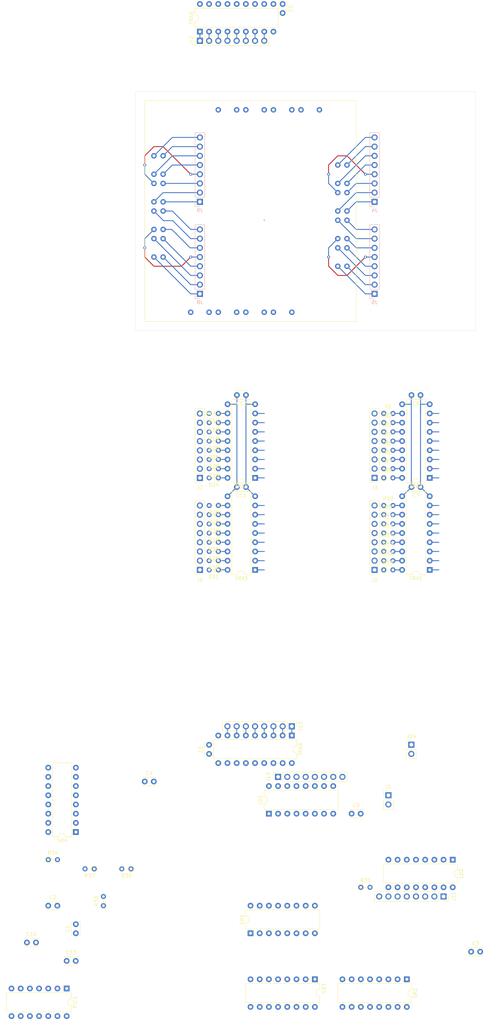
<source format=kicad_pcb>
(kicad_pcb (version 20211014) (generator pcbnew)
  (layers (0 "F.Cu" signal) (31 "B.Cu" signal) (34 "B.Paste" user) (35 "F.Paste" user) (36 "B.SilkS" user "B.Silkscreen") (37 "F.SilkS" user "F.Silkscreen") (38 "B.Mask" user) (39 "F.Mask" user) (44 "Edge.Cuts" user))
  (net 0 "")
  (net 1 "+5V")
  (net 2 "GND")
  (net 3 "/SA1")
  (net 4 "/SA2")
  (net 5 "/SA3")
  (net 6 "/SA4")
  (net 7 "/SA5")
  (net 8 "/SA6")
  (net 9 "/SA7")
  (net 10 "/SA8")
  (net 11 "/SA9")
  (net 12 "/SA10")
  (net 13 "/SA11")
  (net 14 "/SA12")
  (net 15 "/SA13")
  (net 16 "/SA14")
  (net 17 "/SA15")
  (net 18 "/SA16")
  (net 19 "/SF1")
  (net 20 "/SF2")
  (net 21 "/SF3")
  (net 22 "/SF4")
  (net 23 "/SF5")
  (net 24 "/SF6")
  (net 25 "/SF7")
  (net 26 "/SF8")
  (net 27 "/SF9")
  (net 28 "/SF10")
  (net 29 "/SF11")
  (net 30 "/SF12")
  (net 31 "/SF13")
  (net 32 "/SF14")
  (net 33 "/SF15")
  (net 34 "/SF16")
  (net 35 "Net-(R12-Pad1)")
  (net 36 "Net-(R9-Pad1)")
  (net 37 "Net-(R10-Pad1)")
  (net 38 "Net-(R29-Pad1)")
  (net 39 "Net-(R30-Pad1)")
  (net 40 "Net-(R27-Pad1)")
  (net 41 "Net-(R28-Pad1)")
  (net 42 "Net-(R25-Pad1)")
  (net 43 "Net-(R26-Pad1)")
  (net 44 "Net-(R24-Pad1)")
  (net 45 "Net-(R23-Pad1)")
  (net 46 "Net-(R22-Pad1)")
  (net 47 "Net-(R21-Pad1)")
  (net 48 "Net-(R20-Pad1)")
  (net 49 "Net-(R19-Pad1)")
  (net 50 "Net-(R18-Pad1)")
  (net 51 "Net-(J1-Pad2)")
  (net 52 "Net-(J1-Pad1)")
  (net 53 "Net-(LD1-Pad6)")
  (net 54 "/DA4")
  (net 55 "/DA3")
  (net 56 "/DA2")
  (net 57 "/DA1")
  (net 60 "/SER")
  (net 62 "/SRCLK")
  (net 63 "/RCLK")
  (net 64 "Net-(R1-Pad2)")
  (net 65 "Net-(R2-Pad2)")
  (net 66 "Net-(R3-Pad2)")
  (net 67 "Net-(R4-Pad2)")
  (net 68 "Net-(TRA2-Pad15)")
  (net 69 "Net-(TRA2-Pad16)")
  (net 70 "Net-(TRA2-Pad17)")
  (net 71 "Net-(TRA2-Pad18)")
  (net 72 "Net-(TRA1-Pad12)")
  (net 73 "Net-(TRA1-Pad11)")
  (net 74 "Net-(TRA1-Pad14)")
  (net 75 "Net-(TRA1-Pad13)")
  (net 76 "Net-(TRA1-Pad16)")
  (net 77 "Net-(TRA1-Pad15)")
  (net 78 "Net-(TRA1-Pad18)")
  (net 79 "Net-(TRA1-Pad17)")
  (net 80 "/SC16")
  (net 81 "/SC15")
  (net 82 "/SC14")
  (net 83 "/SC13")
  (net 84 "/SC12")
  (net 85 "/SC11")
  (net 86 "/SC10")
  (net 87 "/SC9")
  (net 88 "/SC8")
  (net 89 "/SC7")
  (net 90 "/SC6")
  (net 91 "/SC5")
  (net 92 "/SC4")
  (net 93 "/SC3")
  (net 94 "/SC2")
  (net 95 "/SC1")
  (net 96 "Net-(R33-Pad2)")
  (net 97 "Net-(R34-Pad2)")
  (net 98 "Net-(R36-Pad2)")
  (net 99 "Net-(R37-Pad2)")
  (net 100 "Net-(SR1-Pad9)")
  (net 101 "Net-(SR2-Pad9)")
  (net 102 "Net-(SR3-Pad9)")
  (net 103 "Net-(R17-Pad2)")
  (net 104 "Net-(R18-Pad2)")
  (net 105 "Net-(R19-Pad2)")
  (net 106 "Net-(R20-Pad2)")
  (net 107 "Net-(J2-Pad5)")
  (net 108 "Net-(J2-Pad4)")
  (net 109 "Net-(J2-Pad3)")
  (net 110 "Net-(J2-Pad2)")
  (net 111 "Net-(J2-Pad1)")
  (net 112 "Net-(J3-Pad8)")
  (net 113 "Net-(J3-Pad7)")
  (net 114 "Net-(J3-Pad6)")
  (net 115 "Net-(J3-Pad5)")
  (net 116 "Net-(J3-Pad4)")
  (net 117 "Net-(J3-Pad3)")
  (net 118 "Net-(J3-Pad2)")
  (net 119 "Net-(J3-Pad1)")
  (net 120 "Net-(R21-Pad2)")
  (net 121 "Net-(R22-Pad2)")
  (net 122 "Net-(R23-Pad2)")
  (net 123 "Net-(R24-Pad2)")
  (net 124 "Net-(R25-Pad2)")
  (net 125 "Net-(R26-Pad2)")
  (net 126 "Net-(R27-Pad2)")
  (net 127 "Net-(R28-Pad2)")
  (net 128 "Net-(R29-Pad2)")
  (net 129 "Net-(R30-Pad2)")
  (net 130 "Net-(R31-Pad2)")
  (net 131 "Net-(R32-Pad2)")
  (net 142 "Net-(J6-Pad2)")
  (net 143 "Net-(J6-Pad1)")
  (net 144 "Net-(J7-Pad8)")
  (net 168 "Net-(J10-Pad8)")
  (net 169 "Net-(J10-Pad7)")
  (net 170 "Net-(J10-Pad6)")
  (net 171 "Net-(J10-Pad5)")
  (net 172 "Net-(J10-Pad4)")
  (net 173 "Net-(J10-Pad3)")
  (net 174 "Net-(J10-Pad2)")
  (net 175 "Net-(J10-Pad1)")
  (net 176 "Net-(J11-Pad8)")
  (net 177 "Net-(J11-Pad7)")
  (net 178 "Net-(J11-Pad6)")
  (net 179 "Net-(J11-Pad5)")
  (net 180 "Net-(J11-Pad4)")
  (net 181 "Net-(J11-Pad3)")
  (net 182 "Net-(J11-Pad2)")
  (net 183 "Net-(J11-Pad1)")
  (net 184 "Net-(J12-Pad8)")
  (net 185 "Net-(J12-Pad7)")
  (net 186 "Net-(J12-Pad6)")
  (net 187 "Net-(J12-Pad5)")
  (net 188 "Net-(J12-Pad4)")
  (net 189 "Net-(J12-Pad3)")
  (net 190 "Net-(J12-Pad2)")
  (net 191 "Net-(J12-Pad1)")
  (net 192 "Net-(J13-Pad8)")
  (net 193 "Net-(J13-Pad7)")
  (net 194 "Net-(J13-Pad6)")
  (net 195 "Net-(J13-Pad5)")
  (net 196 "Net-(J13-Pad4)")
  (net 197 "Net-(J13-Pad3)")
  (net 198 "Net-(J13-Pad2)")
  (net 199 "Net-(J13-Pad1)")
  (net 200 "VCC")
  (net 201 "GND1")
  (net 202 "unconnected-(TRA1-Pad1)")
  (net 203 "unconnected-(TRA1-Pad2)")
  (net 204 "unconnected-(TRA1-Pad3)")
  (net 205 "unconnected-(TRA1-Pad4)")
  (net 206 "unconnected-(TRA1-Pad5)")
  (net 207 "unconnected-(TRA1-Pad6)")
  (net 208 "unconnected-(TRA1-Pad7)")
  (net 209 "unconnected-(TRA1-Pad8)")
  (net 210 "unconnected-(TRA2-Pad1)")
  (net 211 "unconnected-(TRA2-Pad2)")
  (net 212 "unconnected-(TRA2-Pad3)")
  (net 213 "unconnected-(TRA2-Pad4)")
  (net 214 "unconnected-(TRA2-Pad5)")
  (net 215 "unconnected-(TRA2-Pad6)")
  (net 216 "unconnected-(TRA2-Pad7)")
  (net 217 "unconnected-(TRA2-Pad8)")
  (net 218 "unconnected-(TRA3-Pad1)")
  (net 219 "unconnected-(TRA3-Pad2)")
  (net 220 "unconnected-(TRA3-Pad3)")
  (net 221 "unconnected-(TRA3-Pad4)")
  (net 222 "unconnected-(TRA3-Pad5)")
  (net 223 "unconnected-(TRA3-Pad6)")
  (net 224 "unconnected-(TRA3-Pad7)")
  (net 225 "unconnected-(TRA3-Pad8)")
  (net 226 "unconnected-(TRA4-Pad1)")
  (net 227 "unconnected-(TRA4-Pad2)")
  (net 228 "unconnected-(TRA4-Pad3)")
  (net 229 "unconnected-(TRA4-Pad4)")
  (net 230 "unconnected-(TRA4-Pad5)")
  (net 231 "unconnected-(TRA4-Pad6)")
  (net 232 "unconnected-(TRA4-Pad7)")
  (net 233 "unconnected-(TRA4-Pad8)")
  (footprint "Capacitor_THT:C_Disc_D3.4mm_W2.1mm_P2.50mm" (layer "F.Cu") (at 44.465 255.26 90)
    (fp_text reference "C1")
    (fp_text value "0.1")
  )
  (footprint "Capacitor_THT:C_Disc_D3.4mm_W2.1mm_P2.50mm" (layer "F.Cu") (at 36.845 247.64)
    (fp_text reference "C2")
    (fp_text value "0.1")
  )
  (footprint "Capacitor_THT:C_Disc_D3.4mm_W2.1mm_P2.50mm" (layer "F.Cu") (at 153.685 260.34)
    (fp_text reference "C3")
    (fp_text value "0.1")
  )
  (footprint "Capacitor_THT:C_Disc_D3.4mm_W2.1mm_P2.50mm" (layer "F.Cu") (at 63.5 213.36)
    (fp_text reference "C4")
    (fp_text value "0.1")
  )
  (footprint "Capacitor_THT:C_Disc_D3.4mm_W2.1mm_P2.50mm" (layer "F.Cu") (at 101.6 -1.27 -90)
    (fp_text reference "C5")
    (fp_text value "0.1")
  )
  (footprint "Capacitor_THT:C_Disc_D3.4mm_W2.1mm_P2.50mm" (layer "F.Cu") (at 81.28 205.74 90)
    (fp_text reference "C6")
    (fp_text value "0.1")
  )
  (footprint "Capacitor_THT:C_Disc_D3.4mm_W2.1mm_P2.50mm" (layer "F.Cu") (at 139.7 132.08 180)
    (fp_text reference "C7")
    (fp_text value "0.1")
  )
  (footprint "Capacitor_THT:C_Disc_D3.4mm_W2.1mm_P2.50mm" (layer "F.Cu") (at 139.7 106.68 180)
    (fp_text reference "C8")
    (fp_text value "0.1")
  )
  (footprint "Capacitor_THT:C_Disc_D3.4mm_W2.1mm_P2.50mm" (layer "F.Cu") (at 120.665 222.24)
    (fp_text reference "C9")
    (fp_text value "0.1")
  )
  (footprint "Capacitor_THT:C_Disc_D3.4mm_W2.1mm_P2.50mm" (layer "F.Cu") (at 30.945 257.8)
    (fp_text reference "C10")
    (fp_text value "0.1")
  )
  (footprint "Capacitor_THT:C_Disc_D3.4mm_W2.1mm_P2.50mm" (layer "F.Cu") (at 41.925 262.88)
    (fp_text reference "C13")
    (fp_text value "0.1")
  )
  (footprint "16x16led:LT-5016M1-Universal" (layer "F.Cu") (at 66.04 27.94)
    (fp_text reference "DML1")
    (fp_text value "LT-5016M1")
  )
  (footprint "Connector_PinHeader_2.54mm:PinHeader_1x02_P2.54mm_Vertical" (layer "F.Cu") (at 130.825 217.16)
    (fp_text reference "J1")
    (fp_text value "Conn_01x02_Male")
  )
  (footprint "Package_DIP:DIP-16_W7.62mm" (layer "F.Cu") (at 97.805 222.24 90)
    (fp_text reference "LD1")
    (fp_text value "74HC137")
  )
  (footprint "Package_DIP:DIP-16_W7.62mm" (layer "F.Cu") (at 148.605 234.94 -90)
    (fp_text reference "LD2")
    (fp_text value "74HC137")
  )
  (footprint "Package_DIP:DIP-14_W7.62mm" (layer "F.Cu") (at 41.925 270.5 -90)
    (fp_text reference "PIC1")
    (fp_text value "PIC16F1503-IP")
  )
  (footprint "Resistor_THT:R_Axial_DIN0204_L3.6mm_D1.6mm_P2.54mm_Vertical" (layer "F.Cu") (at 129.54 111.76)
    (fp_text reference "R1")
    (fp_text value "330")
  )
  (footprint "Resistor_THT:R_Axial_DIN0204_L3.6mm_D1.6mm_P2.54mm_Vertical" (layer "F.Cu") (at 129.54 114.3)
    (fp_text reference "R2")
    (fp_text value "330")
  )
  (footprint "Resistor_THT:R_Axial_DIN0204_L3.6mm_D1.6mm_P2.54mm_Vertical" (layer "F.Cu") (at 129.54 116.84)
    (fp_text reference "R3")
    (fp_text value "330")
  )
  (footprint "Resistor_THT:R_Axial_DIN0204_L3.6mm_D1.6mm_P2.54mm_Vertical" (layer "F.Cu") (at 129.54 119.38)
    (fp_text reference "R4")
    (fp_text value "330")
  )
  (footprint "Resistor_THT:R_Axial_DIN0204_L3.6mm_D1.6mm_P2.54mm_Vertical" (layer "F.Cu") (at 129.54 121.92)
    (fp_text reference "R5")
    (fp_text value "330")
  )
  (footprint "Resistor_THT:R_Axial_DIN0204_L3.6mm_D1.6mm_P2.54mm_Vertical" (layer "F.Cu") (at 129.54 124.46)
    (fp_text reference "R6")
    (fp_text value "330")
  )
  (footprint "Resistor_THT:R_Axial_DIN0204_L3.6mm_D1.6mm_P2.54mm_Vertical" (layer "F.Cu") (at 129.54 127)
    (fp_text reference "R7")
    (fp_text value "330")
  )
  (footprint "Resistor_THT:R_Axial_DIN0204_L3.6mm_D1.6mm_P2.54mm_Vertical" (layer "F.Cu") (at 129.54 129.54)
    (fp_text reference "R8")
    (fp_text value "330")
  )
  (footprint "Resistor_THT:R_Axial_DIN0204_L3.6mm_D1.6mm_P2.54mm_Vertical" (layer "F.Cu") (at 129.54 139.7)
    (fp_text reference "R9")
    (fp_text value "330")
  )
  (footprint "Resistor_THT:R_Axial_DIN0204_L3.6mm_D1.6mm_P2.54mm_Vertical" (layer "F.Cu") (at 129.54 137.16)
    (fp_text reference "R10")
    (fp_text value "330")
  )
  (footprint "Resistor_THT:R_Axial_DIN0204_L3.6mm_D1.6mm_P2.54mm_Vertical" (layer "F.Cu") (at 129.54 144.78)
    (fp_text reference "R11")
    (fp_text value "330")
  )
  (footprint "Resistor_THT:R_Axial_DIN0204_L3.6mm_D1.6mm_P2.54mm_Vertical" (layer "F.Cu") (at 129.54 142.24)
    (fp_text reference "R12")
    (fp_text value "330")
  )
  (footprint "Resistor_THT:R_Axial_DIN0204_L3.6mm_D1.6mm_P2.54mm_Vertical" (layer "F.Cu") (at 129.54 149.86)
    (fp_text reference "R13")
    (fp_text value "330")
  )
  (footprint "Resistor_THT:R_Axial_DIN0204_L3.6mm_D1.6mm_P2.54mm_Vertical" (layer "F.Cu") (at 129.54 147.32)
    (fp_text reference "R14")
    (fp_text value "330")
  )
  (footprint "Resistor_THT:R_Axial_DIN0204_L3.6mm_D1.6mm_P2.54mm_Vertical" (layer "F.Cu") (at 129.54 154.94)
    (fp_text reference "R15")
    (fp_text value "330")
  )
  (footprint "Resistor_THT:R_Axial_DIN0204_L3.6mm_D1.6mm_P2.54mm_Vertical" (layer "F.Cu") (at 129.54 152.4)
    (fp_text reference "R16")
    (fp_text value "330")
  )
  (footprint "Resistor_THT:R_Axial_DIN0204_L3.6mm_D1.6mm_P2.54mm_Vertical" (layer "F.Cu") (at 83.845 111.76 180)
    (fp_text reference "R17")
    (fp_text value "330")
  )
  (footprint "Resistor_THT:R_Axial_DIN0204_L3.6mm_D1.6mm_P2.54mm_Vertical" (layer "F.Cu") (at 83.845 114.3 180)
    (fp_text reference "R18")
    (fp_text value "330")
  )
  (footprint "Resistor_THT:R_Axial_DIN0204_L3.6mm_D1.6mm_P2.54mm_Vertical" (layer "F.Cu") (at 83.845 116.84 180)
    (fp_text reference "R19")
    (fp_text value "330")
  )
  (footprint "Resistor_THT:R_Axial_DIN0204_L3.6mm_D1.6mm_P2.54mm_Vertical" (layer "F.Cu") (at 83.845 119.38 180)
    (fp_text reference "R20")
    (fp_text value "330")
  )
  (footprint "Resistor_THT:R_Axial_DIN0204_L3.6mm_D1.6mm_P2.54mm_Vertical" (layer "F.Cu") (at 83.845 121.92 180)
    (fp_text reference "R21")
    (fp_text value "330")
  )
  (footprint "Resistor_THT:R_Axial_DIN0204_L3.6mm_D1.6mm_P2.54mm_Vertical" (layer "F.Cu") (at 83.845 124.46 180)
    (fp_text reference "R22")
    (fp_text value "330")
  )
  (footprint "Resistor_THT:R_Axial_DIN0204_L3.6mm_D1.6mm_P2.54mm_Vertical" (layer "F.Cu") (at 83.845 127 180)
    (fp_text reference "R23")
    (fp_text value "330")
  )
  (footprint "Resistor_THT:R_Axial_DIN0204_L3.6mm_D1.6mm_P2.54mm_Vertical" (layer "F.Cu") (at 83.845 129.54 180)
    (fp_text reference "R24")
    (fp_text value "330")
  )
  (footprint "Resistor_THT:R_Axial_DIN0204_L3.6mm_D1.6mm_P2.54mm_Vertical" (layer "F.Cu") (at 83.845 139.7 180)
    (fp_text reference "R25")
    (fp_text value "330")
  )
  (footprint "Resistor_THT:R_Axial_DIN0204_L3.6mm_D1.6mm_P2.54mm_Vertical" (layer "F.Cu") (at 83.845 137.16 180)
    (fp_text reference "R26")
    (fp_text value "330")
  )
  (footprint "Resistor_THT:R_Axial_DIN0204_L3.6mm_D1.6mm_P2.54mm_Vertical" (layer "F.Cu") (at 83.845 144.78 180)
    (fp_text reference "R27")
    (fp_text value "330")
  )
  (footprint "Resistor_THT:R_Axial_DIN0204_L3.6mm_D1.6mm_P2.54mm_Vertical" (layer "F.Cu") (at 83.845 142.24 180)
    (fp_text reference "R28")
    (fp_text value "330")
  )
  (footprint "Resistor_THT:R_Axial_DIN0204_L3.6mm_D1.6mm_P2.54mm_Vertical" (layer "F.Cu") (at 83.845 149.86 180)
    (fp_text reference "R29")
    (fp_text value "330")
  )
  (footprint "Resistor_THT:R_Axial_DIN0204_L3.6mm_D1.6mm_P2.54mm_Vertical" (layer "F.Cu") (at 83.845 147.32 180)
    (fp_text reference "R30")
    (fp_text value "330")
  )
  (footprint "Resistor_THT:R_Axial_DIN0204_L3.6mm_D1.6mm_P2.54mm_Vertical" (layer "F.Cu") (at 83.845 154.94 180)
    (fp_text reference "R31")
    (fp_text value "330")
  )
  (footprint "Resistor_THT:R_Axial_DIN0204_L3.6mm_D1.6mm_P2.54mm_Vertical" (layer "F.Cu") (at 83.845 152.4 180)
    (fp_text reference "R32")
    (fp_text value "330")
  )
  (footprint "Resistor_THT:R_Axial_DIN0204_L3.6mm_D1.6mm_P2.54mm_Vertical" (layer "F.Cu") (at 52.085 247.64 90)
    (fp_text reference "R33")
    (fp_text value "10k")
  )
  (footprint "Resistor_THT:R_Axial_DIN0204_L3.6mm_D1.6mm_P2.54mm_Vertical" (layer "F.Cu") (at 36.845 234.94)
    (fp_text reference "R34")
    (fp_text value "10k")
  )
  (footprint "Resistor_THT:R_Axial_DIN0204_L3.6mm_D1.6mm_P2.54mm_Vertical" (layer "F.Cu") (at 59.705 237.48 180)
    (fp_text reference "R35")
    (fp_text value "10k")
  )
  (footprint "Resistor_THT:R_Axial_DIN0204_L3.6mm_D1.6mm_P2.54mm_Vertical" (layer "F.Cu") (at 123.205 242.56)
    (fp_text reference "R36")
    (fp_text value "10k")
  )
  (footprint "Resistor_THT:R_Axial_DIN0204_L3.6mm_D1.6mm_P2.54mm_Vertical" (layer "F.Cu") (at 49.545 237.48 180)
    (fp_text reference "R37")
    (fp_text value "10k")
  )
  (footprint "Package_DIP:DIP-16_W7.62mm" (layer "F.Cu") (at 92.725 255.26 90)
    (fp_text reference "SR1")
    (fp_text value "74HC595")
  )
  (footprint "Package_DIP:DIP-16_W7.62mm" (layer "F.Cu") (at 135.905 267.96 -90)
    (fp_text reference "SR2")
    (fp_text value "74HC595")
  )
  (footprint "Package_DIP:DIP-16_W7.62mm" (layer "F.Cu") (at 110.505 267.96 -90)
    (fp_text reference "SR3")
    (fp_text value "74HC595")
  )
  (footprint "Package_DIP:DIP-16_W7.62mm" (layer "F.Cu") (at 44.465 227.32 180)
    (fp_text reference "SR4")
    (fp_text value "74HC595")
  )
  (footprint "Package_DIP:DIP-18_W7.62mm" (layer "F.Cu") (at 142.24 154.94 180)
    (fp_text reference "TRA1")
    (fp_text value "TBD62083A")
  )
  (footprint "Package_DIP:DIP-18_W7.62mm" (layer "F.Cu") (at 142.24 129.54 180)
    (fp_text reference "TRA2")
    (fp_text value "TBD62083A")
  )
  (footprint "Connector_PinSocket_2.54mm:PinSocket_1x08_P2.54mm_Vertical" (layer "F.Cu") (at 127 154.94 180)
    (fp_text reference "J2")
    (fp_text value "Conn_01x08_Female")
  )
  (footprint "Connector_PinSocket_2.54mm:PinSocket_1x08_P2.54mm_Vertical" (layer "F.Cu") (at 127 129.54 180)
    (fp_text reference "J3")
    (fp_text value "Conn_01x08_Female")
  )
  (footprint "Connector_PinSocket_2.54mm:PinSocket_1x08_P2.54mm_Vertical" (layer "F.Cu") (at 78.74 154.94 180)
    (fp_text reference "J6")
    (fp_text value "Conn_01x08_Female")
  )
  (footprint "Connector_PinSocket_2.54mm:PinSocket_1x08_P2.54mm_Vertical" (layer "F.Cu") (at 78.74 129.565 180)
    (fp_text reference "J7")
    (fp_text value "Conn_01x08_Female")
  )
  (footprint "Connector_PinSocket_2.54mm:PinSocket_1x08_P2.54mm_Vertical" (layer "F.Cu") (at 100.345 212.08 90)
    (fp_text reference "J10")
    (fp_text value "Conn_01x08_Female")
  )
  (footprint "Connector_PinSocket_2.54mm:PinSocket_1x08_P2.54mm_Vertical" (layer "F.Cu") (at 146.065 245.1 -90)
    (fp_text reference "J11")
    (fp_text value "Conn_01x08_Female")
  )
  (footprint "Connector_PinHeader_2.54mm:PinHeader_1x08_P2.54mm_Vertical" (layer "F.Cu") (at 78.74 8.89 90)
    (fp_text reference "J12")
    (fp_text value "Conn_01x08_Male")
  )
  (footprint "Connector_PinHeader_2.54mm:PinHeader_1x08_P2.54mm_Vertical" (layer "F.Cu") (at 104.14 198.12 -90)
    (fp_text reference "J13")
    (fp_text value "Conn_01x08_Male")
  )
  (footprint "Capacitor_THT:C_Disc_D3.4mm_W2.1mm_P2.50mm" (layer "F.Cu") (at 91.465 132.08 180)
    (fp_text reference "C11")
    (fp_text value "0.1")
  )
  (footprint "Capacitor_THT:C_Disc_D3.4mm_W2.1mm_P2.50mm" (layer "F.Cu") (at 91.465 106.68 180)
    (fp_text reference "C12")
    (fp_text value "0.1")
  )
  (footprint "Package_DIP:DIP-18_W7.62mm" (layer "F.Cu") (at 94.005 154.94 180)
    (fp_text reference "TRA3")
    (fp_text value "TBD62083A")
  )
  (footprint "Package_DIP:DIP-18_W7.62mm" (layer "F.Cu") (at 94.005 129.54 180)
    (fp_text reference "TRA4")
    (fp_text value "TBD62083A")
  )
  (footprint "Package_DIP:DIP-18_W7.62mm" (layer "F.Cu") (at 78.74 6.35 90)
    (fp_text reference "TRA5")
    (fp_text value "TBD62783A")
  )
  (footprint "Package_DIP:DIP-18_W7.62mm" (layer "F.Cu") (at 104.14 200.66 -90)
    (fp_text reference "TRA6")
    (fp_text value "TBD62783A")
  )
  (footprint "Connector_PinHeader_2.54mm:PinHeader_1x02_P2.54mm_Vertical" (layer "F.Cu") (at 137.16 203.2)
    (fp_text reference "J14")
    (fp_text value "Conn_01x02_Male")
  )
  (footprint "Connector_PinHeader_2.54mm:PinHeader_1x08_P2.54mm_Vertical" (layer "B.Cu") (at 127 53.34)
    (fp_text reference "J4")
    (fp_text value "Conn_01x08_Male")
  )
  (footprint "Connector_PinHeader_2.54mm:PinHeader_1x08_P2.54mm_Vertical" (layer "B.Cu") (at 127 78.74)
    (fp_text reference "J5")
    (fp_text value "Conn_01x08_Male")
  )
  (footprint "Connector_PinHeader_2.54mm:PinHeader_1x08_P2.54mm_Vertical" (layer "B.Cu") (at 78.74 78.74)
    (fp_text reference "J8")
    (fp_text value "Conn_01x08_Male")
  )
  (footprint "Connector_PinHeader_2.54mm:PinHeader_1x08_P2.54mm_Vertical" (layer "B.Cu") (at 78.74 53.34)
    (fp_text reference "J9")
    (fp_text value "Conn_01x08_Male")
  )
  (gr_line (start 154.94 22.86) (end 60.96 22.86) (layer "Edge.Cuts") (width 0.05))
  (gr_line (start 154.94 88.9) (end 154.94 22.86) (layer "Edge.Cuts") (width 0.05))
  (gr_line (start 60.96 22.86) (end 60.96 88.9) (layer "Edge.Cuts") (width 0.05))
  (gr_line (start 60.96 88.9) (end 154.94 88.9) (layer "Edge.Cuts") (width 0.05))
  (segment (start 124.46 76.2) (end 119.38 71.12) (width 0.25) (layer "B.Cu") (net 19))
  (segment (start 127 76.2) (end 124.46 76.2) (width 0.25) (layer "B.Cu") (net 19))
  (segment (start 127 78.74) (end 124.46 78.74) (width 0.25) (layer "B.Cu") (net 20))
  (segment (start 124.46 78.74) (end 116.84 71.12) (width 0.25) (layer "B.Cu") (net 20))
  (segment (start 124.46 71.12) (end 127 71.12) (width 0.25) (layer "B.Cu") (net 21))
  (segment (start 119.38 66.04) (end 124.46 71.12) (width 0.25) (layer "B.Cu") (net 21))
  (segment (start 124.46 73.66) (end 116.84 66.04) (width 0.25) (layer "B.Cu") (net 22))
  (segment (start 127 73.66) (end 124.46 73.66) (width 0.25) (layer "B.Cu") (net 22))
  (segment (start 121.92 66.04) (end 127 66.04) (width 0.25) (layer "B.Cu") (net 23))
  (segment (start 119.38 63.5) (end 121.92 66.04) (width 0.25) (layer "B.Cu") (net 23))
  (segment (start 114.3 71.12) (end 114.3 68.58) (width 0.25) (layer "F.Cu") (net 24))
  (segment (start 124.46 68.58) (end 119.38 73.66) (width 0.25) (layer "F.Cu") (net 24))
  (segment (start 116.84 73.66) (end 114.3 71.12) (width 0.25) (layer "F.Cu") (net 24))
  (segment (start 119.38 73.66) (end 116.84 73.66) (width 0.25) (layer "F.Cu") (net 24))
  (via (at 124.46 68.58) (size 0.8) (drill 0.4) (layers "F.Cu" "B.Cu") (net 24))
  (via (at 114.3 68.58) (size 0.8) (drill 0.4) (layers "F.Cu" "B.Cu") (net 24))
  (segment (start 114.3 68.58) (end 114.3 66.04) (width 0.25) (layer "B.Cu") (net 24))
  (segment (start 127 68.58) (end 124.46 68.58) (width 0.25) (layer "B.Cu") (net 24))
  (segment (start 114.3 66.04) (end 116.84 63.5) (width 0.25) (layer "B.Cu") (net 24))
  (segment (start 119.38 58.42) (end 121.92 60.96) (width 0.25) (layer "B.Cu") (net 25))
  (segment (start 121.92 60.96) (end 127 60.96) (width 0.25) (layer "B.Cu") (net 25))
  (segment (start 121.92 63.5) (end 127 63.5) (width 0.25) (layer "B.Cu") (net 26))
  (segment (start 116.84 58.42) (end 121.92 63.5) (width 0.25) (layer "B.Cu") (net 26))
  (segment (start 119.38 55.88) (end 121.92 53.34) (width 0.25) (layer "B.Cu") (net 27))
  (segment (start 121.92 53.34) (end 127 53.34) (width 0.25) (layer "B.Cu") (net 27))
  (segment (start 127 50.8) (end 121.92 50.8) (width 0.25) (layer "B.Cu") (net 28))
  (segment (start 121.92 50.8) (end 116.84 55.88) (width 0.25) (layer "B.Cu") (net 28))
  (segment (start 121.92 48.26) (end 127 48.26) (width 0.25) (layer "B.Cu") (net 29))
  (segment (start 119.38 50.8) (end 121.92 48.26) (width 0.25) (layer "B.Cu") (net 29))
  (segment (start 116.84 40.64) (end 114.3 43.18) (width 0.25) (layer "F.Cu") (net 30))
  (segment (start 114.3 43.18) (end 114.3 45.72) (width 0.25) (layer "F.Cu") (net 30))
  (segment (start 124.46 45.72) (end 119.38 40.64) (width 0.25) (layer "F.Cu") (net 30))
  (segment (start 119.38 40.64) (end 116.84 40.64) (width 0.25) (layer "F.Cu") (net 30))
  (via (at 114.3 45.72) (size 0.8) (drill 0.4) (layers "F.Cu" "B.Cu") (net 30))
  (via (at 124.46 45.72) (size 0.8) (drill 0.4) (layers "F.Cu" "B.Cu") (net 30))
  (segment (start 127 45.72) (end 124.46 45.72) (width 0.25) (layer "B.Cu") (net 30))
  (segment (start 114.3 48.26) (end 116.84 50.8) (width 0.25) (layer "B.Cu") (net 30))
  (segment (start 114.3 45.72) (end 114.3 48.26) (width 0.25) (layer "B.Cu") (net 30))
  (segment (start 124.46 43.18) (end 119.38 48.26) (width 0.25) (layer "B.Cu") (net 31))
  (segment (start 127 43.18) (end 124.46 43.18) (width 0.25) (layer "B.Cu") (net 31))
  (segment (start 127 40.64) (end 124.46 40.64) (width 0.25) (layer "B.Cu") (net 32))
  (segment (start 124.46 40.64) (end 116.84 48.26) (width 0.25) (layer "B.Cu") (net 32))
  (segment (start 119.38 43.18) (end 124.46 38.1) (width 0.25) (layer "B.Cu") (net 33))
  (segment (start 124.46 38.1) (end 127 38.1) (width 0.25) (layer "B.Cu") (net 33))
  (segment (start 116.84 43.18) (end 124.46 35.56) (width 0.25) (layer "B.Cu") (net 34))
  (segment (start 124.46 35.56) (end 127 35.56) (width 0.25) (layer "B.Cu") (net 34))
  (segment (start 83.845 149.86) (end 86.385 149.86) (width 0.25) (layer "B.Cu") (net 38))
  (segment (start 83.845 147.32) (end 86.385 147.32) (width 0.25) (layer "B.Cu") (net 39))
  (segment (start 83.845 144.78) (end 86.385 144.78) (width 0.25) (layer "B.Cu") (net 40))
  (segment (start 83.845 142.24) (end 86.385 142.24) (width 0.25) (layer "B.Cu") (net 41))
  (segment (start 83.845 139.7) (end 86.385 139.7) (width 0.25) (layer "B.Cu") (net 42))
  (segment (start 83.845 137.16) (end 86.385 137.16) (width 0.25) (layer "B.Cu") (net 43))
  (segment (start 86.385 129.54) (end 83.845 129.54) (width 0.25) (layer "B.Cu") (net 44))
  (segment (start 86.385 127) (end 83.845 127) (width 0.25) (layer "B.Cu") (net 45))
  (segment (start 86.385 124.46) (end 83.845 124.46) (width 0.25) (layer "B.Cu") (net 46))
  (segment (start 86.385 121.92) (end 83.845 121.92) (width 0.25) (layer "B.Cu") (net 47))
  (segment (start 86.385 119.38) (end 83.845 119.38) (width 0.25) (layer "B.Cu") (net 48))
  (segment (start 83.845 116.84) (end 86.385 116.84) (width 0.25) (layer "B.Cu") (net 49))
  (segment (start 86.385 114.3) (end 83.845 114.3) (width 0.25) (layer "B.Cu") (net 50))
  (segment (start 132.08 111.76) (end 134.62 111.76) (width 0.25) (layer "B.Cu") (net 64))
  (segment (start 132.08 114.3) (end 134.62 114.3) (width 0.25) (layer "B.Cu") (net 65))
  (segment (start 132.08 116.84) (end 134.62 116.84) (width 0.25) (layer "B.Cu") (net 66))
  (segment (start 134.62 119.38) (end 132.08 119.38) (width 0.25) (layer "B.Cu") (net 67))
  (segment (start 132.08 121.92) (end 134.62 121.92) (width 0.25) (layer "B.Cu") (net 68))
  (segment (start 132.08 124.46) (end 134.62 124.46) (width 0.25) (layer "B.Cu") (net 69))
  (segment (start 132.08 127) (end 134.62 127) (width 0.25) (layer "B.Cu") (net 70))
  (segment (start 132.08 129.54) (end 134.62 129.54) (width 0.25) (layer "B.Cu") (net 71))
  (segment (start 132.08 139.7) (end 134.62 139.7) (width 0.25) (layer "B.Cu") (net 72))
  (segment (start 132.08 137.16) (end 134.62 137.16) (width 0.25) (layer "B.Cu") (net 73))
  (segment (start 132.08 144.78) (end 134.62 144.78) (width 0.25) (layer "B.Cu") (net 74))
  (segment (start 132.08 142.24) (end 134.62 142.24) (width 0.25) (layer "B.Cu") (net 75))
  (segment (start 132.08 149.86) (end 134.62 149.86) (width 0.25) (layer "B.Cu") (net 76))
  (segment (start 132.08 147.32) (end 134.62 147.32) (width 0.25) (layer "B.Cu") (net 77))
  (segment (start 132.08 154.94) (end 134.62 154.94) (width 0.25) (layer "B.Cu") (net 78))
  (segment (start 132.08 152.4) (end 134.62 152.4) (width 0.25) (layer "B.Cu") (net 79))
  (segment (start 71.12 35.56) (end 66.04 40.64) (width 0.25) (layer "B.Cu") (net 80))
  (segment (start 78.74 35.56) (end 71.12 35.56) (width 0.25) (layer "B.Cu") (net 80))
  (segment (start 78.74 38.1) (end 71.12 38.1) (width 0.25) (layer "B.Cu") (net 81))
  (segment (start 71.12 38.1) (end 68.58 40.64) (width 0.25) (layer "B.Cu") (net 81))
  (segment (start 71.12 40.64) (end 78.74 40.64) (width 0.25) (layer "B.Cu") (net 82))
  (segment (start 66.04 45.72) (end 71.12 40.64) (width 0.25) (layer "B.Cu") (net 82))
  (segment (start 73.66 43.18) (end 78.74 43.18) (width 0.25) (layer "B.Cu") (net 83))
  (segment (start 71.12 43.18) (end 73.66 43.18) (width 0.25) (layer "B.Cu") (net 83))
  (segment (start 73.66 43.18) (end 73.71 43.13) (width 0.25) (layer "B.Cu") (net 83))
  (segment (start 68.58 45.72) (end 71.12 43.18) (width 0.25) (layer "B.Cu") (net 83))
  (segment (start 68.58 38.1) (end 66.04 38.1) (width 0.25) (layer "F.Cu") (net 84))
  (segment (start 66.04 38.1) (end 63.5 40.64) (width 0.25) (layer "F.Cu") (net 84))
  (segment (start 63.5 40.64) (end 63.5 43.18) (width 0.25) (layer "F.Cu") (net 84))
  (segment (start 76.2 45.72) (end 68.58 38.1) (width 0.25) (layer "F.Cu") (net 84))
  (via (at 76.2 45.72) (size 0.8) (drill 0.4) (layers "F.Cu" "B.Cu") (net 84))
  (via (at 63.5 43.18) (size 0.8) (drill 0.4) (layers "F.Cu" "B.Cu") (net 84))
  (segment (start 78.74 45.72) (end 76.2 45.72) (width 0.25) (layer "B.Cu") (net 84))
  (segment (start 63.5 43.18) (end 63.5 45.72) (width 0.25) (layer "B.Cu") (net 84))
  (segment (start 63.5 45.72) (end 66.04 48.26) (width 0.25) (layer "B.Cu") (net 84))
  (segment (start 68.58 48.26) (end 78.74 48.26) (width 0.25) (layer "B.Cu") (net 85))
  (segment (start 66.04 53.34) (end 68.58 50.8) (width 0.25) (layer "B.Cu") (net 86))
  (segment (start 78.8 50.8) (end 78.74 50.8) (width 0.25) (layer "B.Cu") (net 86))
  (segment (start 68.58 50.8) (end 78.74 50.8) (width 0.25) (layer "B.Cu") (net 86))
  (segment (start 78.8 53.34) (end 78.74 53.34) (width 0.25) (layer "B.Cu") (net 87))
  (segment (start 68.58 53.34) (end 78.74 53.34) (width 0.25) (layer "B.Cu") (net 87))
  (segment (start 71.23 58.53) (end 76.2 63.5) (width 0.25) (layer "B.Cu") (net 88))
  (segment (start 76.2 63.5) (end 78.74 63.5) (width 0.25) (layer "B.Cu") (net 88))
  (segment (start 68.58 58.53) (end 71.23 58.53) (width 0.25) (layer "B.Cu") (net 88))
  (segment (start 66.04 55.88) (end 68.58 58.42) (width 0.25) (layer "B.Cu") (net 88))
  (segment (start 76.2 60.96) (end 78.74 60.96) (width 0.25) (layer "B.Cu") (net 89))
  (segment (start 68.58 55.88) (end 71.12 55.88) (width 0.25) (layer "B.Cu") (net 89))
  (segment (start 71.12 55.88) (end 76.2 60.96) (width 0.25) (layer "B.Cu") (net 89))
  (segment (start 73.66 71.12) (end 66.04 71.12) (width 0.25) (layer "F.Cu") (net 90))
  (segment (start 76.2 68.58) (end 73.66 71.12) (width 0.25) (layer "F.Cu") (net 90))
  (segment (start 63.5 68.58) (end 63.5 66.04) (width 0.25) (layer "F.Cu") (net 90))
  (segment (start 66.04 71.12) (end 63.5 68.58) (width 0.25) (layer "F.Cu") (net 90))
  (via (at 76.2 68.58) (size 0.8) (drill 0.4) (layers "F.Cu" "B.Cu") (net 90))
  (via (at 63.5 66.04) (size 0.8) (drill 0.4) (layers "F.Cu" "B.Cu") (net 90))
  (segment (start 63.5 63.5) (end 66.04 60.96) (width 0.25) (layer "B.Cu") (net 90))
  (segment (start 78.74 68.58) (end 76.2 68.58) (width 0.25) (layer "B.Cu") (net 90))
  (segment (start 63.5 66.04) (end 63.5 63.5) (width 0.25) (layer "B.Cu") (net 90))
  (segment (start 70.96 60.96) (end 76.04 66.04) (width 0.25) (layer "B.Cu") (net 91))
  (segment (start 68.58 60.96) (end 70.96 60.96) (width 0.25) (layer "B.Cu") (net 91))
  (segment (start 76.04 66.04) (end 78.74 66.04) (width 0.25) (layer "B.Cu") (net 91))
  (segment (start 76.2 73.66) (end 78.74 73.66) (width 0.25) (layer "B.Cu") (net 92))
  (segment (start 66.04 63.5) (end 76.2 73.66) (width 0.25) (layer "B.Cu") (net 92))
  (segment (start 68.58 63.5) (end 76.2 71.12) (width 0.25) (layer "B.Cu") (net 93))
  (segment (start 76.2 71.12) (end 78.74 71.12) (width 0.25) (layer "B.Cu") (net 93))
  (segment (start 76.2 78.74) (end 78.74 78.74) (width 0.25) (layer "B.Cu") (net 94))
  (segment (start 66.04 68.58) (end 76.2 78.74) (width 0.25) (layer "B.Cu") (net 94))
  (segment (start 76.2 76.2) (end 78.74 76.2) (width 0.25) (layer "B.Cu") (net 95))
  (segment (start 68.58 68.58) (end 76.2 76.2) (width 0.25) (layer "B.Cu") (net 95))
  (segment (start 83.845 152.4) (end 86.385 152.4) (width 0.25) (layer "B.Cu") (net 142))
  (segment (start 86.385 154.94) (end 83.845 154.94) (width 0.25) (layer "B.Cu") (net 143))
  (segment (start 86.385 111.76) (end 83.845 111.76) (width 0.25) (layer "B.Cu") (net 144))
  (segment (start 96.52 6.35) (end 96.52 8.89) (width 0.25) (layer "B.Cu") (net 184))
  (segment (start 93.98 6.35) (end 93.98 8.89) (width 0.25) (layer "B.Cu") (net 185))
  (segment (start 91.44 6.35) (end 91.44 8.89) (width 0.25) (layer "B.Cu") (net 186))
  (segment (start 88.9 6.35) (end 88.9 8.89) (width 0.25) (layer "B.Cu") (net 187))
  (segment (start 86.36 6.35) (end 86.36 8.89) (width 0.25) (layer "B.Cu") (net 188))
  (segment (start 83.82 6.35) (end 83.82 8.89) (width 0.25) (layer "B.Cu") (net 189))
  (segment (start 81.28 6.35) (end 81.28 8.89) (width 0.25) (layer "B.Cu") (net 190))
  (segment (start 78.74 6.35) (end 78.74 8.89) (width 0.25) (layer "B.Cu") (net 191))
  (segment (start 86.36 200.66) (end 86.36 198.12) (width 0.25) (layer "B.Cu") (net 192))
  (segment (start 88.9 198.12) (end 88.9 200.66) (width 0.25) (layer "B.Cu") (net 193))
  (segment (start 91.44 198.12) (end 91.44 200.66) (width 0.25) (layer "B.Cu") (net 194))
  (segment (start 93.98 198.12) (end 93.98 200.66) (width 0.25) (layer "B.Cu") (net 195))
  (segment (start 96.52 198.12) (end 96.52 200.66) (width 0.25) (layer "B.Cu") (net 196))
  (segment (start 99.06 198.12) (end 99.06 200.66) (width 0.25) (layer "B.Cu") (net 197))
  (segment (start 101.6 198.12) (end 101.6 200.66) (width 0.25) (layer "B.Cu") (net 198))
  (segment (start 104.14 198.12) (end 104.14 200.66) (width 0.25) (layer "B.Cu") (net 199))
  (segment (start 88.925 132.08) (end 88.965 132.08) (width 0.25) (layer "B.Cu") (net 200))
  (segment (start 137.16 106.68) (end 137.16 132.08) (width 0.25) (layer "B.Cu") (net 200))
  (segment (start 86.385 109.22) (end 88.925 109.22) (width 0.25) (layer "B.Cu") (net 200))
  (segment (start 88.925 109.22) (end 88.965 109.18) (width 0.25) (layer "B.Cu") (net 200))
  (segment (start 137.2 132.08) (end 134.66 134.62) (width 0.25) (layer "B.Cu") (net 200))
  (segment (start 88.965 109.18) (end 88.965 132.08) (width 0.25) (layer "B.Cu") (net 200))
  (segment (start 86.385 134.62) (end 88.925 132.08) (width 0.25) (layer "B.Cu") (net 200))
  (segment (start 88.965 109.18) (end 88.965 106.68) (width 0.25) (layer "B.Cu") (net 200))
  (segment (start 134.62 109.22) (end 137.16 109.22) (width 0.25) (layer "B.Cu") (net 200))
  (segment (start 134.66 134.62) (end 134.62 134.62) (width 0.25) (layer "B.Cu") (net 200))
  (segment (start 96.52 58.42) (end 96.52 58.42) (width 0.25) (layer "F.Cu") (net 201))
  (segment (start 139.7 109.22) (end 139.7 111.76) (width 0.25) (layer "B.Cu") (net 201))
  (segment (start 142.24 109.22) (end 139.7 109.22) (width 0.25) (layer "B.Cu") (net 201))
  (segment (start 91.465 132.08) (end 94.005 134.62) (width 0.25) (layer "B.Cu") (net 201))
  (segment (start 139.7 106.68) (end 139.7 132.08) (width 0.25) (layer "B.Cu") (net 201))
  (segment (start 91.465 109.22) (end 94.005 109.22) (width 0.25) (layer "B.Cu") (net 201))
  (segment (start 139.7 132.08) (end 142.24 134.62) (width 0.25) (layer "B.Cu") (net 201))
  (segment (start 91.465 109.22) (end 91.465 132.08) (width 0.25) (layer "B.Cu") (net 201))
  (segment (start 91.465 109.22) (end 91.465 106.68) (width 0.25) (layer "B.Cu") (net 201))
  (segment (start 142.24 154.94) (end 144.78 154.94) (width 0.25) (layer "B.Cu") (net 202))
  (segment (start 142.24 152.4) (end 144.78 152.4) (width 0.25) (layer "B.Cu") (net 203))
  (segment (start 142.24 149.86) (end 144.78 149.86) (width 0.25) (layer "B.Cu") (net 204))
  (segment (start 142.24 147.32) (end 144.78 147.32) (width 0.25) (layer "B.Cu") (net 205))
  (segment (start 142.24 144.78) (end 144.78 144.78) (width 0.25) (layer "B.Cu") (net 206))
  (segment (start 142.24 142.24) (end 144.78 142.24) (width 0.25) (layer "B.Cu") (net 207))
  (segment (start 142.24 139.7) (end 144.78 139.7) (width 0.25) (layer "B.Cu") (net 208))
  (segment (start 142.24 137.16) (end 144.78 137.16) (width 0.25) (layer "B.Cu") (net 209))
  (segment (start 142.24 129.54) (end 144.78 129.54) (width 0.25) (layer "B.Cu") (net 210))
  (segment (start 142.24 127) (end 144.78 127) (width 0.25) (layer "B.Cu") (net 211))
  (segment (start 142.24 124.46) (end 144.78 124.46) (width 0.25) (layer "B.Cu") (net 212))
  (segment (start 142.24 121.92) (end 144.78 121.92) (width 0.25) (layer "B.Cu") (net 213))
  (segment (start 142.24 119.38) (end 144.78 119.38) (width 0.25) (layer "B.Cu") (net 214))
  (segment (start 142.24 116.84) (end 144.78 116.84) (width 0.25) (layer "B.Cu") (net 215))
  (segment (start 142.24 114.3) (end 144.78 114.3) (width 0.25) (layer "B.Cu") (net 216))
  (segment (start 142.24 111.76) (end 144.78 111.76) (width 0.25) (layer "B.Cu") (net 217))
  (segment (start 94.005 154.94) (end 96.545 154.94) (width 0.25) (layer "B.Cu") (net 218))
  (segment (start 94.005 152.4) (end 96.545 152.4) (width 0.25) (layer "B.Cu") (net 219))
  (segment (start 94.005 149.86) (end 96.545 149.86) (width 0.25) (layer "B.Cu") (net 220))
  (segment (start 94.005 147.32) (end 96.545 147.32) (width 0.25) (layer "B.Cu") (net 221))
  (segment (start 94.005 144.78) (end 96.545 144.78) (width 0.25) (layer "B.Cu") (net 222))
  (segment (start 94.005 142.24) (end 96.545 142.24) (width 0.25) (layer "B.Cu") (net 223))
  (segment (start 94.005 139.7) (end 96.545 139.7) (width 0.25) (layer "B.Cu") (net 224))
  (segment (start 94.005 137.16) (end 96.545 137.16) (width 0.25) (layer "B.Cu") (net 225))
  (segment (start 96.545 129.54) (end 94.005 129.54) (width 0.25) (layer "B.Cu") (net 226))
  (segment (start 94.005 127) (end 96.545 127) (width 0.25) (layer "B.Cu") (net 227))
  (segment (start 94.005 124.46) (end 96.545 124.46) (width 0.25) (layer "B.Cu") (net 228))
  (segment (start 94.005 121.92) (end 96.545 121.92) (width 0.25) (layer "B.Cu") (net 229))
  (segment (start 94.005 119.38) (end 96.545 119.38) (width 0.25) (layer "B.Cu") (net 230))
  (segment (start 94.005 116.84) (end 96.545 116.84) (width 0.25) (layer "B.Cu") (net 231))
  (segment (start 94.005 114.3) (end 96.545 114.3) (width 0.25) (layer "B.Cu") (net 232))
  (segment (start 94.005 111.76) (end 96.545 111.76) (width 0.25) (layer "B.Cu") (net 233))
)
</source>
